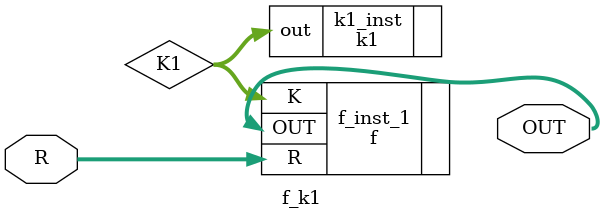
<source format=v>
/**
 * Round function del round 1: funzione f(R, K)
 *
 * Utilizza R0 del round precedente e K1
 * per calcolare il valore (facendo lo XOR con L0) di R1.
*/

module f_k1 (
    input [32:1] R,
    output [32:1] OUT
);

    wire [48:1] K1;
    k1 k1_inst(
        .out(K1[48:1])
    );

    f f_inst_1(
        .R(R[32:1]),
        .K(K1[48:1]),
        .OUT(OUT[32:1])
    );
endmodule

</source>
